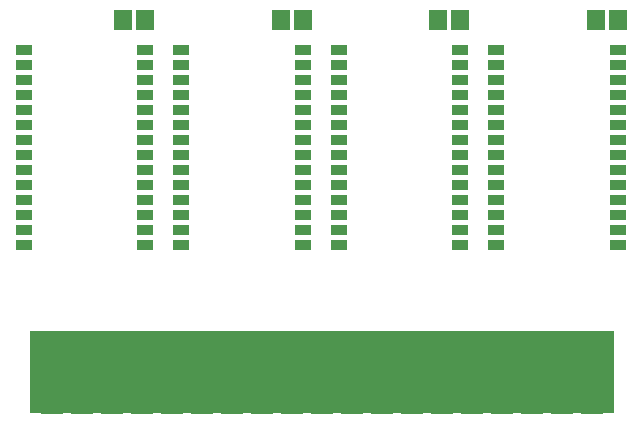
<source format=gts>
G75*
%MOIN*%
%OFA0B0*%
%FSLAX25Y25*%
%IPPOS*%
%LPD*%
%AMOC8*
5,1,8,0,0,1.08239X$1,22.5*
%
%ADD10R,0.07800X0.25800*%
%ADD11R,1.95000X0.27500*%
%ADD12R,0.05800X0.03800*%
%ADD13R,0.05918X0.06706*%
D10*
X0026500Y0013900D03*
X0036500Y0013900D03*
X0046500Y0013900D03*
X0056500Y0013900D03*
X0066500Y0013900D03*
X0076500Y0013900D03*
X0086500Y0013900D03*
X0096500Y0013900D03*
X0106500Y0013900D03*
X0116500Y0013900D03*
X0126500Y0013900D03*
X0136500Y0013900D03*
X0146500Y0013900D03*
X0156500Y0013900D03*
X0166500Y0013900D03*
X0176500Y0013900D03*
X0186500Y0013900D03*
X0196500Y0013900D03*
X0206500Y0013900D03*
D11*
X0116500Y0015150D03*
D12*
X0122250Y0057650D03*
X0122250Y0062650D03*
X0122250Y0067650D03*
X0122250Y0072650D03*
X0122250Y0077650D03*
X0122250Y0082650D03*
X0122250Y0087650D03*
X0122250Y0092650D03*
X0122250Y0097650D03*
X0122250Y0102650D03*
X0122250Y0107650D03*
X0122250Y0112650D03*
X0122250Y0117650D03*
X0122250Y0122650D03*
X0110250Y0122650D03*
X0110250Y0117650D03*
X0110250Y0112650D03*
X0110250Y0107650D03*
X0110250Y0102650D03*
X0110250Y0097650D03*
X0110250Y0092650D03*
X0110250Y0087650D03*
X0110250Y0082650D03*
X0110250Y0077650D03*
X0110250Y0072650D03*
X0110250Y0067650D03*
X0110250Y0062650D03*
X0110250Y0057650D03*
X0069750Y0057650D03*
X0069750Y0062650D03*
X0069750Y0067650D03*
X0069750Y0072650D03*
X0069750Y0077650D03*
X0069750Y0082650D03*
X0069750Y0087650D03*
X0069750Y0092650D03*
X0069750Y0097650D03*
X0069750Y0102650D03*
X0069750Y0107650D03*
X0069750Y0112650D03*
X0069750Y0117650D03*
X0069750Y0122650D03*
X0057750Y0122650D03*
X0057750Y0117650D03*
X0057750Y0112650D03*
X0057750Y0107650D03*
X0057750Y0102650D03*
X0057750Y0097650D03*
X0057750Y0092650D03*
X0057750Y0087650D03*
X0057750Y0082650D03*
X0057750Y0077650D03*
X0057750Y0072650D03*
X0057750Y0067650D03*
X0057750Y0062650D03*
X0057750Y0057650D03*
X0017250Y0057650D03*
X0017250Y0062650D03*
X0017250Y0067650D03*
X0017250Y0072650D03*
X0017250Y0077650D03*
X0017250Y0082650D03*
X0017250Y0087650D03*
X0017250Y0092650D03*
X0017250Y0097650D03*
X0017250Y0102650D03*
X0017250Y0107650D03*
X0017250Y0112650D03*
X0017250Y0117650D03*
X0017250Y0122650D03*
X0162750Y0122650D03*
X0162750Y0117650D03*
X0162750Y0112650D03*
X0162750Y0107650D03*
X0162750Y0102650D03*
X0162750Y0097650D03*
X0162750Y0092650D03*
X0162750Y0087650D03*
X0162750Y0082650D03*
X0162750Y0077650D03*
X0162750Y0072650D03*
X0162750Y0067650D03*
X0162750Y0062650D03*
X0162750Y0057650D03*
X0174750Y0057650D03*
X0174750Y0062650D03*
X0174750Y0067650D03*
X0174750Y0072650D03*
X0174750Y0077650D03*
X0174750Y0082650D03*
X0174750Y0087650D03*
X0174750Y0092650D03*
X0174750Y0097650D03*
X0174750Y0102650D03*
X0174750Y0107650D03*
X0174750Y0112650D03*
X0174750Y0117650D03*
X0174750Y0122650D03*
X0215250Y0122650D03*
X0215250Y0117650D03*
X0215250Y0112650D03*
X0215250Y0107650D03*
X0215250Y0102650D03*
X0215250Y0097650D03*
X0215250Y0092650D03*
X0215250Y0087650D03*
X0215250Y0082650D03*
X0215250Y0077650D03*
X0215250Y0072650D03*
X0215250Y0067650D03*
X0215250Y0062650D03*
X0215250Y0057650D03*
D13*
X0215240Y0132650D03*
X0207760Y0132650D03*
X0162740Y0132650D03*
X0155260Y0132650D03*
X0110240Y0132650D03*
X0102760Y0132650D03*
X0057740Y0132650D03*
X0050260Y0132650D03*
M02*

</source>
